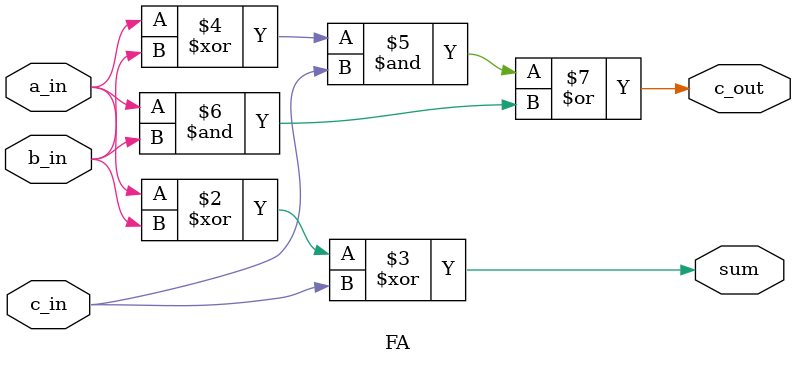
<source format=sv>
module RPA #( parameter DATA_WIDTH = 8 )
(
    input wire [DATA_WIDTH-1:0] a_in,
    input wire [DATA_WIDTH-1:0] b_in,
    input wire c_in,

    output wire [DATA_WIDTH-1:0] sum,
    output reg c_out
);

wire [DATA_WIDTH:0] carry;
assign carry[0] = c_in;

genvar i;
generate
    for(i=0; i<8; i=i+1) begin
        FA FullAdder(
            .a_in(a_in[i]),
            .b_in(b_in[i]),
            .c_in(carry[i]),

            .sum(sum[i]),
            .c_out(carry[i+1])
        );
    end
endgenerate

always @(*) begin
    c_out = carry[DATA_WIDTH];
end

endmodule


//------------------------------Full Adder Sub Modules------------------------------------------
module FA(
    input wire a_in,
    input wire b_in,
    input wire c_in,

    output reg sum,
    output reg c_out
);

always@(*) begin
   sum = a_in ^ b_in ^ c_in;
   c_out = (a_in ^ b_in) & c_in | (a_in & b_in);
end

endmodule
</source>
